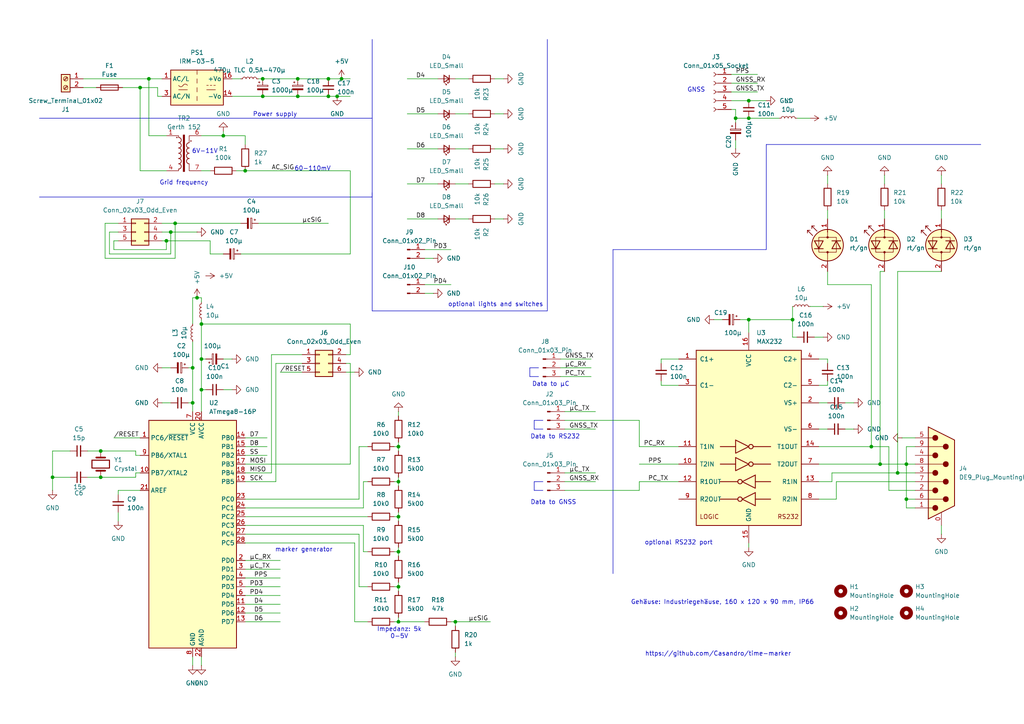
<source format=kicad_sch>
(kicad_sch (version 20231120) (generator "eeschema") (generator_version "8.0")
  (paper "A4")
  (junction (at 55.88 106.68))
  (junction (at 76.2 27.94))
  (junction (at 58.42 113.03))
  (junction (at 49.53 67.31))
  (junction (at 40.64 25.4))
  (junction (at 217.17 29.21))
  (junction (at 95.25 22.86))
  (junction (at 86.36 22.86))
  (junction (at 262.89 144.78))
  (junction (at 260.35 137.16))
  (junction (at 86.36 27.94))
  (junction (at 97.79 27.94))
  (junction (at 48.26 69.85))
  (junction (at 99.06 22.86))
  (junction (at 262.89 134.62))
  (junction (at 55.88 116.84))
  (junction (at 213.36 34.29))
  (junction (at 115.57 149.86))
  (junction (at 132.08 180.34))
  (junction (at 255.27 134.62))
  (junction (at 76.2 22.86))
  (junction (at 217.17 34.29))
  (junction (at 115.57 139.7))
  (junction (at 43.18 22.86))
  (junction (at 64.77 39.37))
  (junction (at 115.57 160.02))
  (junction (at 71.12 49.53))
  (junction (at 115.57 180.34))
  (junction (at 29.21 138.43))
  (junction (at 252.73 129.54))
  (junction (at 15.24 138.43))
  (junction (at 29.21 130.81))
  (junction (at 50.8 64.77))
  (junction (at 57.15 86.36))
  (junction (at 115.57 170.18))
  (junction (at 229.87 92.71))
  (junction (at 58.42 93.98))
  (junction (at 217.17 92.71))
  (junction (at 95.25 27.94))
  (junction (at 115.57 129.54))
  (junction (at 58.42 104.14))
  (polyline (pts (xy 157.48 139.7) (xy 154.94 139.7)))
  (wire (pts (xy 55.88 116.84) (xy 55.88 119.38)))
  (wire (pts (xy 252.73 129.54) (xy 252.73 82.55)))
  (wire (pts (xy 115.57 148.59) (xy 115.57 149.86)))
  (wire (pts (xy 257.81 129.54) (xy 257.81 142.24)))
  (wire (pts (xy 241.3 137.16) (xy 241.3 139.7)))
  (wire (pts (xy 217.17 92.71) (xy 229.87 92.71)))
  (wire (pts (xy 115.57 158.75) (xy 115.57 160.02)))
  (wire (pts (xy 95.25 22.86) (xy 99.06 22.86)))
  (wire (pts (xy 237.49 104.14) (xy 240.03 104.14)))
  (polyline (pts (xy 107.95 55.88) (xy 107.95 90.17)))
  (wire (pts (xy 74.93 22.86) (xy 76.2 22.86)))
  (wire (pts (xy 49.53 67.31) (xy 57.15 67.31)))
  (wire (pts (xy 104.14 129.54) (xy 106.68 129.54)))
  (wire (pts (xy 217.17 34.29) (xy 213.36 34.29)))
  (wire (pts (xy 58.42 87.63) (xy 58.42 86.36)))
  (wire (pts (xy 71.12 175.26) (xy 81.28 175.26)))
  (wire (pts (xy 29.21 130.81) (xy 39.37 130.81)))
  (wire (pts (xy 185.42 134.62) (xy 196.85 134.62)))
  (wire (pts (xy 114.3 129.54) (xy 115.57 129.54)))
  (wire (pts (xy 163.83 121.92) (xy 185.42 121.92)))
  (wire (pts (xy 71.12 177.8) (xy 81.28 177.8)))
  (wire (pts (xy 55.88 99.06) (xy 55.88 106.68)))
  (wire (pts (xy 101.6 105.41) (xy 101.6 134.62)))
  (wire (pts (xy 237.49 116.84) (xy 240.03 116.84)))
  (wire (pts (xy 76.2 22.86) (xy 86.36 22.86)))
  (wire (pts (xy 118.11 53.34) (xy 127 53.34)))
  (wire (pts (xy 118.11 43.18) (xy 127 43.18)))
  (wire (pts (xy 262.89 134.62) (xy 265.43 134.62)))
  (wire (pts (xy 35.56 25.4) (xy 40.64 25.4)))
  (wire (pts (xy 123.19 72.39) (xy 130.81 72.39)))
  (wire (pts (xy 132.08 22.86) (xy 135.89 22.86)))
  (polyline (pts (xy 158.75 11.43) (xy 158.75 90.17)))
  (wire (pts (xy 115.57 168.91) (xy 115.57 170.18)))
  (wire (pts (xy 118.11 33.02) (xy 127 33.02)))
  (wire (pts (xy 185.42 129.54) (xy 196.85 129.54)))
  (wire (pts (xy 34.29 148.59) (xy 34.29 151.13)))
  (wire (pts (xy 114.3 139.7) (xy 115.57 139.7)))
  (wire (pts (xy 34.29 67.31) (xy 31.75 67.31)))
  (polyline (pts (xy 11.43 34.29) (xy 107.95 34.29)))
  (wire (pts (xy 115.57 180.34) (xy 115.57 179.07)))
  (polyline (pts (xy 222.25 72.39) (xy 177.8 72.39)))
  (wire (pts (xy 252.73 82.55) (xy 240.03 82.55)))
  (wire (pts (xy 237.49 124.46) (xy 240.03 124.46)))
  (wire (pts (xy 146.05 53.34) (xy 143.51 53.34)))
  (wire (pts (xy 255.27 78.74) (xy 256.54 78.74)))
  (wire (pts (xy 217.17 29.21) (xy 222.25 29.21)))
  (wire (pts (xy 43.18 22.86) (xy 46.99 22.86)))
  (wire (pts (xy 132.08 180.34) (xy 142.24 180.34)))
  (wire (pts (xy 163.83 124.46) (xy 172.72 124.46)))
  (wire (pts (xy 100.33 105.41) (xy 101.6 105.41)))
  (wire (pts (xy 99.06 22.86) (xy 101.6 22.86)))
  (wire (pts (xy 71.12 49.53) (xy 101.6 49.53)))
  (wire (pts (xy 33.02 72.39) (xy 48.26 72.39)))
  (wire (pts (xy 39.37 137.16) (xy 40.64 137.16)))
  (wire (pts (xy 60.96 73.66) (xy 64.77 73.66)))
  (wire (pts (xy 115.57 149.86) (xy 115.57 151.13)))
  (wire (pts (xy 20.32 130.81) (xy 15.24 130.81)))
  (wire (pts (xy 101.6 102.87) (xy 101.6 93.98)))
  (wire (pts (xy 71.12 172.72) (xy 81.28 172.72)))
  (wire (pts (xy 236.22 97.79) (xy 238.76 97.79)))
  (polyline (pts (xy 153.67 106.68) (xy 153.67 109.22)))
  (wire (pts (xy 265.43 147.32) (xy 262.89 147.32)))
  (wire (pts (xy 54.61 106.68) (xy 55.88 106.68)))
  (wire (pts (xy 67.31 22.86) (xy 69.85 22.86)))
  (wire (pts (xy 209.55 92.71) (xy 207.01 92.71)))
  (wire (pts (xy 48.26 49.53) (xy 40.64 49.53)))
  (wire (pts (xy 231.14 34.29) (xy 234.95 34.29)))
  (wire (pts (xy 40.64 25.4) (xy 45.72 25.4)))
  (wire (pts (xy 260.35 78.74) (xy 273.05 78.74)))
  (wire (pts (xy 81.28 107.95) (xy 87.63 107.95)))
  (polyline (pts (xy 177.8 72.39) (xy 177.8 166.37)))
  (wire (pts (xy 59.69 113.03) (xy 58.42 113.03)))
  (wire (pts (xy 255.27 134.62) (xy 255.27 78.74)))
  (wire (pts (xy 273.05 50.8) (xy 273.05 53.34)))
  (wire (pts (xy 115.57 160.02) (xy 115.57 161.29)))
  (wire (pts (xy 245.11 116.84) (xy 247.65 116.84)))
  (wire (pts (xy 86.36 27.94) (xy 95.25 27.94)))
  (wire (pts (xy 105.41 147.32) (xy 105.41 139.7)))
  (wire (pts (xy 256.54 60.96) (xy 256.54 63.5)))
  (wire (pts (xy 15.24 138.43) (xy 20.32 138.43)))
  (wire (pts (xy 262.89 147.32) (xy 262.89 144.78)))
  (wire (pts (xy 273.05 60.96) (xy 273.05 63.5)))
  (wire (pts (xy 30.48 64.77) (xy 30.48 74.93)))
  (wire (pts (xy 74.93 64.77) (xy 95.25 64.77)))
  (wire (pts (xy 212.09 21.59) (xy 219.71 21.59)))
  (wire (pts (xy 146.05 63.5) (xy 143.51 63.5)))
  (wire (pts (xy 34.29 142.24) (xy 34.29 143.51)))
  (wire (pts (xy 64.77 113.03) (xy 67.31 113.03)))
  (wire (pts (xy 71.12 149.86) (xy 106.68 149.86)))
  (wire (pts (xy 49.53 67.31) (xy 49.53 73.66)))
  (wire (pts (xy 185.42 121.92) (xy 185.42 129.54)))
  (wire (pts (xy 132.08 43.18) (xy 135.89 43.18)))
  (wire (pts (xy 97.79 27.94) (xy 101.6 27.94)))
  (wire (pts (xy 213.36 40.64) (xy 213.36 43.18)))
  (wire (pts (xy 262.89 129.54) (xy 265.43 129.54)))
  (wire (pts (xy 71.12 154.94) (xy 104.14 154.94)))
  (wire (pts (xy 262.89 134.62) (xy 262.89 129.54)))
  (wire (pts (xy 132.08 180.34) (xy 132.08 181.61)))
  (wire (pts (xy 185.42 142.24) (xy 163.83 142.24)))
  (wire (pts (xy 196.85 111.76) (xy 191.77 111.76)))
  (wire (pts (xy 118.11 63.5) (xy 127 63.5)))
  (wire (pts (xy 217.17 96.52) (xy 217.17 92.71)))
  (wire (pts (xy 114.3 180.34) (xy 115.57 180.34)))
  (wire (pts (xy 213.36 34.29) (xy 213.36 35.56)))
  (wire (pts (xy 46.99 69.85) (xy 48.26 69.85)))
  (wire (pts (xy 25.4 138.43) (xy 29.21 138.43)))
  (polyline (pts (xy 153.67 109.22) (xy 156.21 109.22)))
  (wire (pts (xy 115.57 129.54) (xy 115.57 130.81)))
  (wire (pts (xy 58.42 92.71) (xy 58.42 93.98)))
  (wire (pts (xy 48.26 39.37) (xy 43.18 39.37)))
  (wire (pts (xy 196.85 139.7) (xy 185.42 139.7)))
  (wire (pts (xy 100.33 107.95) (xy 102.87 107.95)))
  (wire (pts (xy 46.99 116.84) (xy 49.53 116.84)))
  (wire (pts (xy 71.12 127) (xy 77.47 127)))
  (wire (pts (xy 115.57 180.34) (xy 123.19 180.34)))
  (wire (pts (xy 146.05 22.86) (xy 143.51 22.86)))
  (wire (pts (xy 191.77 104.14) (xy 196.85 104.14)))
  (wire (pts (xy 162.56 104.14) (xy 171.45 104.14)))
  (wire (pts (xy 34.29 64.77) (xy 30.48 64.77)))
  (wire (pts (xy 213.36 31.75) (xy 212.09 31.75)))
  (wire (pts (xy 50.8 64.77) (xy 69.85 64.77)))
  (wire (pts (xy 64.77 39.37) (xy 71.12 39.37)))
  (wire (pts (xy 64.77 104.14) (xy 67.31 104.14)))
  (wire (pts (xy 55.88 106.68) (xy 55.88 116.84)))
  (wire (pts (xy 58.42 104.14) (xy 59.69 104.14)))
  (wire (pts (xy 104.14 170.18) (xy 106.68 170.18)))
  (wire (pts (xy 102.87 180.34) (xy 106.68 180.34)))
  (wire (pts (xy 78.74 102.87) (xy 78.74 137.16)))
  (polyline (pts (xy 154.94 121.92) (xy 154.94 124.46)))
  (wire (pts (xy 132.08 33.02) (xy 135.89 33.02)))
  (wire (pts (xy 25.4 130.81) (xy 29.21 130.81)))
  (wire (pts (xy 105.41 152.4) (xy 105.41 160.02)))
  (wire (pts (xy 212.09 26.67) (xy 219.71 26.67)))
  (wire (pts (xy 123.19 85.09) (xy 125.73 85.09)))
  (wire (pts (xy 114.3 160.02) (xy 115.57 160.02)))
  (wire (pts (xy 40.64 142.24) (xy 34.29 142.24)))
  (wire (pts (xy 31.75 73.66) (xy 49.53 73.66)))
  (wire (pts (xy 80.01 139.7) (xy 80.01 105.41)))
  (wire (pts (xy 132.08 63.5) (xy 135.89 63.5)))
  (wire (pts (xy 191.77 111.76) (xy 191.77 110.49)))
  (wire (pts (xy 71.12 170.18) (xy 81.28 170.18)))
  (polyline (pts (xy 222.25 41.91) (xy 222.25 72.39)))
  (polyline (pts (xy 154.94 142.24) (xy 157.48 142.24)))
  (wire (pts (xy 71.12 39.37) (xy 71.12 41.91)))
  (wire (pts (xy 265.43 137.16) (xy 260.35 137.16)))
  (wire (pts (xy 46.99 67.31) (xy 49.53 67.31)))
  (wire (pts (xy 105.41 160.02) (xy 106.68 160.02)))
  (wire (pts (xy 31.75 67.31) (xy 31.75 73.66)))
  (wire (pts (xy 185.42 139.7) (xy 185.42 142.24)))
  (wire (pts (xy 71.12 162.56) (xy 81.28 162.56)))
  (wire (pts (xy 237.49 111.76) (xy 240.03 111.76)))
  (wire (pts (xy 69.85 73.66) (xy 101.6 73.66)))
  (wire (pts (xy 262.89 144.78) (xy 262.89 134.62)))
  (polyline (pts (xy 157.48 121.92) (xy 154.94 121.92)))
  (wire (pts (xy 46.99 64.77) (xy 50.8 64.77)))
  (wire (pts (xy 245.11 124.46) (xy 247.65 124.46)))
  (wire (pts (xy 242.57 139.7) (xy 242.57 144.78)))
  (wire (pts (xy 80.01 105.41) (xy 87.63 105.41)))
  (wire (pts (xy 102.87 157.48) (xy 102.87 180.34)))
  (wire (pts (xy 130.81 180.34) (xy 132.08 180.34)))
  (wire (pts (xy 162.56 106.68) (xy 171.45 106.68)))
  (wire (pts (xy 240.03 50.8) (xy 240.03 53.34)))
  (wire (pts (xy 234.95 88.9) (xy 238.76 88.9)))
  (wire (pts (xy 240.03 60.96) (xy 240.03 63.5)))
  (wire (pts (xy 87.63 102.87) (xy 78.74 102.87)))
  (wire (pts (xy 260.35 137.16) (xy 241.3 137.16)))
  (wire (pts (xy 260.35 137.16) (xy 260.35 78.74)))
  (wire (pts (xy 34.29 69.85) (xy 33.02 69.85)))
  (wire (pts (xy 71.12 152.4) (xy 105.41 152.4)))
  (wire (pts (xy 101.6 93.98) (xy 58.42 93.98)))
  (wire (pts (xy 46.99 106.68) (xy 49.53 106.68)))
  (polyline (pts (xy 284.48 41.91) (xy 222.25 41.91)))
  (wire (pts (xy 39.37 132.08) (xy 40.64 132.08)))
  (wire (pts (xy 60.96 69.85) (xy 60.96 73.66)))
  (polyline (pts (xy 107.95 90.17) (xy 158.75 90.17)))
  (wire (pts (xy 55.88 190.5) (xy 55.88 193.04)))
  (wire (pts (xy 214.63 92.71) (xy 217.17 92.71)))
  (wire (pts (xy 54.61 116.84) (xy 55.88 116.84)))
  (polyline (pts (xy 154.94 124.46) (xy 157.48 124.46)))
  (wire (pts (xy 71.12 147.32) (xy 105.41 147.32)))
  (wire (pts (xy 123.19 82.55) (xy 130.81 82.55)))
  (wire (pts (xy 39.37 130.81) (xy 39.37 132.08)))
  (wire (pts (xy 118.11 22.86) (xy 127 22.86)))
  (wire (pts (xy 262.89 144.78) (xy 265.43 144.78)))
  (wire (pts (xy 71.12 129.54) (xy 77.47 129.54)))
  (wire (pts (xy 39.37 138.43) (xy 39.37 137.16)))
  (polyline (pts (xy 107.95 57.15) (xy 107.95 34.29)))
  (wire (pts (xy 146.05 33.02) (xy 143.51 33.02)))
  (wire (pts (xy 237.49 129.54) (xy 252.73 129.54)))
  (wire (pts (xy 15.24 130.81) (xy 15.24 138.43)))
  (wire (pts (xy 71.12 144.78) (xy 104.14 144.78)))
  (wire (pts (xy 33.02 127) (xy 40.64 127)))
  (wire (pts (xy 101.6 49.53) (xy 101.6 73.66)))
  (wire (pts (xy 43.18 39.37) (xy 43.18 22.86)))
  (wire (pts (xy 30.48 74.93) (xy 50.8 74.93)))
  (wire (pts (xy 242.57 144.78) (xy 237.49 144.78)))
  (wire (pts (xy 55.88 86.36) (xy 57.15 86.36)))
  (wire (pts (xy 252.73 129.54) (xy 257.81 129.54)))
  (wire (pts (xy 229.87 92.71) (xy 229.87 97.79)))
  (wire (pts (xy 58.42 190.5) (xy 58.42 193.04)))
  (wire (pts (xy 273.05 152.4) (xy 273.05 154.94)))
  (wire (pts (xy 95.25 27.94) (xy 97.79 27.94)))
  (wire (pts (xy 217.17 157.48) (xy 217.17 158.75)))
  (wire (pts (xy 64.77 38.1) (xy 64.77 39.37)))
  (wire (pts (xy 67.31 27.94) (xy 76.2 27.94)))
  (wire (pts (xy 162.56 109.22) (xy 171.45 109.22)))
  (wire (pts (xy 33.02 69.85) (xy 33.02 72.39)))
  (wire (pts (xy 240.03 82.55) (xy 240.03 78.74)))
  (wire (pts (xy 115.57 128.27) (xy 115.57 129.54)))
  (wire (pts (xy 146.05 43.18) (xy 143.51 43.18)))
  (wire (pts (xy 48.26 69.85) (xy 60.96 69.85)))
  (wire (pts (xy 100.33 102.87) (xy 101.6 102.87)))
  (wire (pts (xy 104.14 144.78) (xy 104.14 129.54)))
  (wire (pts (xy 71.12 134.62) (xy 101.6 134.62)))
  (wire (pts (xy 212.09 29.21) (xy 217.17 29.21)))
  (wire (pts (xy 86.36 22.86) (xy 95.25 22.86)))
  (wire (pts (xy 45.72 27.94) (xy 46.99 27.94)))
  (wire (pts (xy 15.24 138.43) (xy 15.24 142.24)))
  (wire (pts (xy 71.12 137.16) (xy 78.74 137.16)))
  (wire (pts (xy 256.54 50.8) (xy 256.54 53.34)))
  (wire (pts (xy 114.3 170.18) (xy 115.57 170.18)))
  (wire (pts (xy 29.21 138.43) (xy 39.37 138.43)))
  (wire (pts (xy 71.12 132.08) (xy 77.47 132.08)))
  (polyline (pts (xy 154.94 139.7) (xy 154.94 142.24)))
  (wire (pts (xy 240.03 111.76) (xy 240.03 110.49)))
  (wire (pts (xy 71.12 157.48) (xy 102.87 157.48)))
  (wire (pts (xy 217.17 34.29) (xy 226.06 34.29)))
  (wire (pts (xy 163.83 137.16) (xy 172.72 137.16)))
  (wire (pts (xy 115.57 139.7) (xy 115.57 140.97)))
  (wire (pts (xy 58.42 39.37) (xy 64.77 39.37)))
  (wire (pts (xy 71.12 180.34) (xy 81.28 180.34)))
  (wire (pts (xy 58.42 49.53) (xy 60.96 49.53)))
  (wire (pts (xy 40.64 49.53) (xy 40.64 25.4)))
  (wire (pts (xy 55.88 93.98) (xy 55.88 86.36)))
  (wire (pts (xy 71.12 165.1) (xy 81.28 165.1)))
  (wire (pts (xy 123.19 74.93) (xy 125.73 74.93)))
  (wire (pts (xy 104.14 154.94) (xy 104.14 170.18)))
  (wire (pts (xy 163.83 139.7) (xy 172.72 139.7)))
  (wire (pts (xy 24.13 22.86) (xy 43.18 22.86)))
  (wire (pts (xy 213.36 34.29) (xy 213.36 31.75)))
  (wire (pts (xy 115.57 138.43) (xy 115.57 139.7)))
  (wire (pts (xy 163.83 119.38) (xy 172.72 119.38)))
  (wire (pts (xy 212.09 24.13) (xy 219.71 24.13)))
  (wire (pts (xy 58.42 113.03) (xy 58.42 119.38)))
  (wire (pts (xy 58.42 104.14) (xy 58.42 113.03)))
  (wire (pts (xy 237.49 134.62) (xy 255.27 134.62)))
  (wire (pts (xy 105.41 139.7) (xy 106.68 139.7)))
  (wire (pts (xy 240.03 104.14) (xy 240.03 105.41)))
  (wire (pts (xy 261.62 127) (xy 265.43 127)))
  (wire (pts (xy 132.08 189.23) (xy 132.08 190.5)))
  (wire (pts (xy 255.27 134.62) (xy 262.89 134.62)))
  (wire (pts (xy 71.12 167.64) (xy 81.28 167.64)))
  (polyline (pts (xy 156.21 106.68) (xy 153.67 106.68)))
  (wire (pts (xy 50.8 74.93) (xy 50.8 64.77)))
  (polyline (pts (xy 107.95 11.43) (xy 107.95 34.29)))
  (wire (pts (xy 265.43 139.7) (xy 242.57 139.7)))
  (wire (pts (xy 76.2 27.94) (xy 86.36 27.94)))
  (wire (pts (xy 48.26 72.39) (xy 48.26 69.85)))
  (wire (pts (xy 132.08 53.34) (xy 135.89 53.34)))
  (wire (pts (xy 229.87 88.9) (xy 229.87 92.71)))
  (wire (pts (xy 45.72 25.4) (xy 45.72 27.94)))
  (polyline (pts (xy 11.43 57.15) (xy 107.95 57.15)))
  (wire (pts (xy 58.42 86.36) (xy 57.15 86.36)))
  (wire (pts (xy 257.81 142.24) (xy 265.43 142.24)))
  (wire (pts (xy 115.57 170.18) (xy 115.57 171.45)))
  (wire (pts (xy 58.42 93.98) (xy 58.42 104.14)))
  (wire (pts (xy 114.3 149.86) (xy 115.57 149.86)))
  (wire (pts (xy 241.3 139.7) (xy 237.49 139.7)))
  (wire (pts (xy 68.58 49.53) (xy 71.12 49.53)))
  (wire (pts (xy 24.13 25.4) (xy 27.94 25.4)))
  (wire (pts (xy 191.77 105.41) (xy 191.77 104.14)))
  (wire (pts (xy 71.12 139.7) (xy 80.01 139.7)))
  (wire (pts (xy 231.14 97.79) (xy 229.87 97.79)))
  (wire (pts (xy 115.57 119.38) (xy 115.57 120.65)))
  (text "Impedanz: 5k\n0-5V" (at 115.824 183.642 0) (effects (font (size 1.27 1.27))))
  (text "Power supply" (at 79.756 33.274 0) (effects (font (size 1.27 1.27))))
  (text "https://github.com/Casandro/time-marker" (at 208.28 189.738 0) (effects (font (size 1.27 1.27))))
  (text "Grid frequency" (at 53.34 53.086 0) (effects (font (size 1.27 1.27))))
  (text "Gehäuse: Industriegehäuse, 160 x 120 x 90 mm, IP66" (at 209.55 174.752 0) (effects (font (size 1.27 1.27))))
  (text "Data to µC" (at 159.766 111.506 0) (effects (font (size 1.27 1.27))))
  (text "6V-11V" (at 59.436 43.942 0) (effects (font (size 1.27 1.27))))
  (text "marker generator" (at 88.138 159.512 0) (effects (font (size 1.27 1.27))))
  (text "optional lights and switches" (at 143.764 88.392 0) (effects (font (size 1.27 1.27))))
  (text "Data to GNSS" (at 160.528 145.796 0) (effects (font (size 1.27 1.27))))
  (text "optional RS232 port" (at 196.85 157.48 0) (effects (font (size 1.27 1.27))))
  (text "GNSS" (at 201.93 26.162 0) (effects (font (size 1.27 1.27))))
  (text "60-110mV" (at 90.678 49.022 0) (effects (font (size 1.27 1.27))))
  (text "Data to RS232" (at 161.036 126.746 0) (effects (font (size 1.27 1.27))))
  (label "µcSIG" (at 135.89 180.34 0))
  (label "PC_TX" (at 187.96 139.7 0))
  (label "µC_RX" (at 163.83 106.68 0))
  (label "µcSIG" (at 87.63 64.77 0))
  (label "D7" (at 72.39 127 0))
  (label "PD3" (at 72.39 170.18 0))
  (label "PD4" (at 72.39 172.72 0))
  (label "µC_TX" (at 165.1 119.38 0))
  (label "GNSS_RX" (at 165.1 139.7 0))
  (label "MOSI" (at 72.39 134.62 0))
  (label "SS" (at 72.39 132.08 0))
  (label "GNSS_TX" (at 213.36 26.67 0))
  (label "D8" (at 72.39 129.54 0))
  (label "PC_RX" (at 186.69 129.54 0))
  (label "GNSS_RX" (at 213.36 24.13 0))
  (label "D6" (at 73.66 180.34 0))
  (label "D4" (at 73.66 175.26 0))
  (label "PPS" (at 187.96 134.62 0))
  (label "µC_RX" (at 72.39 162.56 0))
  (label "GNSS_TX" (at 163.83 104.14 0))
  (label "D5" (at 73.66 177.8 0))
  (label "MISO" (at 72.39 137.16 0))
  (label "PPS" (at 73.66 167.64 0))
  (label "D8" (at 120.65 63.5 0))
  (label "{slash}RESET" (at 81.28 107.95 0))
  (label "PPS" (at 213.36 21.59 0))
  (label "SCK" (at 72.39 139.7 0))
  (label "µC_TX" (at 165.1 137.16 0))
  (label "D6" (at 120.65 43.18 0))
  (label "µC_TX" (at 72.39 165.1 0))
  (label "D4" (at 120.65 22.86 0))
  (label "D5" (at 120.65 33.02 0))
  (label "GNSS_TX" (at 165.1 124.46 0))
  (label "PD3" (at 125.73 72.39 0))
  (label "PD4" (at 125.73 82.55 0))
  (label "AC_SIG" (at 78.74 49.53 0))
  (label "PC_TX" (at 163.83 109.22 0))
  (label "{slash}RESET" (at 33.02 127 0))
  (label "D7" (at 120.65 53.34 0))
  (symbol (lib_id "power:GND") (at 102.87 107.95 90) (unit 1)
    (property "Reference" "#PWR026" (effects (hide yes)))
    (property "Value" "GND" (at 106.68 107.9499 90) (effects (justify right)))
    (property "Description" "Power symbol creates a global label with name \"GND\" , ground" (effects (hide yes)))
  )
  (symbol (lib_id "power:GND") (at 146.05 43.18 90) (unit 1)
    (property "Reference" "#PWR032" (effects (hide yes)))
    (property "Value" "GND" (at 151.13 43.18 0))
    (property "Description" "Power symbol creates a global label with name \"GND\" , ground" (effects (hide yes)))
  )
  (symbol (lib_id "Device:L_Small") (at 72.39 22.86 90) (unit 1)
    (property "Reference" "L2" (at 72.39 17.78 90))
    (property "Value" "470µ TLC 0,5A-470µ" (at 72.39 20.32 90))
    (property "Footprint" "Inductor_THT:L_Toroid_Vertical_L16.3mm_W7.1mm_P7.11mm_Pulse_H" (effects (hide yes)))
    (property "Description" "Inductor, small symbol" (effects (hide yes)))
  )
  (symbol (lib_id "power:GND") (at 146.05 33.02 90) (unit 1)
    (property "Reference" "#PWR031" (effects (hide yes)))
    (property "Value" "GND" (at 151.13 33.02 0))
    (property "Description" "Power symbol creates a global label with name \"GND\" , ground" (effects (hide yes)))
  )
  (symbol (lib_id "power:GND") (at 46.99 116.84 270) (unit 1)
    (property "Reference" "#PWR013" (effects (hide yes)))
    (property "Value" "GND" (at 43.18 116.8399 90) (effects (justify right)))
    (property "Description" "Power symbol creates a global label with name \"GND\" , ground" (effects (hide yes)))
  )
  (symbol (lib_id "Connector:Conn_01x05_Socket") (at 207.01 26.67 0) (mirror y) (unit 1)
    (property "Reference" "J3" (at 207.645 16.51 0))
    (property "Value" "Conn_01x05_Socket" (at 207.645 19.05 0))
    (property "Footprint" "Connector_PinSocket_2.00mm:PinSocket_1x05_P2.00mm_Horizontal" (effects (hide yes)))
    (property "Description" "Generic connector, single row, 01x05, script generated" (effects (hide yes)))
  )
  (symbol (lib_id "Device:C_Small") (at 22.86 130.81 90) (unit 1)
    (property "Reference" "C5" (at 22.8663 124.46 90))
    (property "Value" "15p" (at 22.8663 127 90))
    (property "Footprint" "Capacitor_THT:C_Disc_D3.0mm_W2.0mm_P2.50mm" (effects (hide yes)))
    (property "Description" "Unpolarized capacitor, small symbol" (effects (hide yes)))
  )
  (symbol (lib_id "Device:R") (at 110.49 129.54 90) (unit 1)
    (property "Reference" "R6" (at 110.49 123.19 90))
    (property "Value" "10k0" (at 110.49 125.73 90))
    (property "Footprint" "Resistor_THT:R_Axial_DIN0204_L3.6mm_D1.6mm_P2.54mm_Vertical" (effects (hide yes)))
    (property "Description" "Resistor" (effects (hide yes)))
  )
  (symbol (lib_id "power:GND") (at 217.17 158.75 0) (unit 1)
    (property "Reference" "#PWR021" (effects (hide yes)))
    (property "Value" "GND" (at 217.17 163.83 0))
    (property "Description" "Power symbol creates a global label with name \"GND\" , ground" (effects (hide yes)))
  )
  (symbol (lib_id "power:GND") (at 67.31 104.14 90) (unit 1)
    (property "Reference" "#PWR08" (effects (hide yes)))
    (property "Value" "GND" (at 71.12 104.1399 90) (effects (justify right)))
    (property "Description" "Power symbol creates a global label with name \"GND\" , ground" (effects (hide yes)))
  )
  (symbol (lib_id "Device:R") (at 110.49 149.86 90) (unit 1)
    (property "Reference" "R8" (at 110.49 143.51 90))
    (property "Value" "10k0" (at 110.49 146.05 90))
    (property "Footprint" "Resistor_THT:R_Axial_DIN0204_L3.6mm_D1.6mm_P2.54mm_Vertical" (effects (hide yes)))
    (property "Description" "Resistor" (effects (hide yes)))
  )
  (symbol (lib_id "Device:C_Polarized_Small") (at 86.36 25.4 0) (unit 1)
    (property "Reference" "C18" (at 88.9 23.5838 0) (effects (justify left)))
    (property "Value" "100µ" (at 88.9 26.1238 0) (effects (justify left)))
    (property "Footprint" "Capacitor_THT:CP_Radial_D5.0mm_P2.50mm" (effects (hide yes)))
    (property "Description" "Polarized capacitor, small symbol" (effects (hide yes)))
  )
  (symbol (lib_id "Device:LED_Small") (at 129.54 22.86 180) (unit 1)
    (property "Reference" "D4" (at 129.4765 16.51 0))
    (property "Value" "LED_Small" (at 129.4765 19.05 0))
    (property "Footprint" "LED_THT:LED_D3.0mm_Clear" (effects (hide yes)))
    (property "Description" "Light emitting diode, small symbol" (effects (hide yes)))
  )
  (symbol (lib_id "Device:R") (at 139.7 53.34 90) (unit 1)
    (property "Reference" "R26" (at 140.9701 55.88 0) (effects (justify right)))
    (property "Value" "10k" (at 138.4301 55.88 0) (effects (justify right)))
    (property "Footprint" "Resistor_THT:R_Axial_DIN0204_L3.6mm_D1.6mm_P2.54mm_Vertical" (effects (hide yes)))
    (property "Description" "Resistor" (effects (hide yes)))
  )
  (symbol (lib_id "Device:L_Small") (at 228.6 34.29 90) (unit 1)
    (property "Reference" "L1" (at 228.6 29.21 90))
    (property "Value" "10µ" (at 228.6 31.75 90))
    (property "Footprint" "Inductor_THT:L_Axial_L5.3mm_D2.2mm_P7.62mm_Horizontal_Vishay_IM-1" (effects (hide yes)))
    (property "Description" "Inductor, small symbol" (effects (hide yes)))
  )
  (symbol (lib_id "Device:C_Polarized_Small") (at 213.36 38.1 0) (unit 1)
    (property "Reference" "C20" (at 211.328 41.148 90))
    (property "Value" "100µ" (at 217.17 37.5539 90))
    (property "Footprint" "Capacitor_THT:CP_Radial_D5.0mm_P2.50mm" (effects (hide yes)))
    (property "Description" "Polarized capacitor, small symbol" (effects (hide yes)))
  )
  (symbol (lib_id "power:GND") (at 146.05 63.5 90) (unit 1)
    (property "Reference" "#PWR036" (effects (hide yes)))
    (property "Value" "GND" (at 151.13 63.5 0))
    (property "Description" "Power symbol creates a global label with name \"GND\" , ground" (effects (hide yes)))
  )
  (symbol (lib_id "Device:C_Small") (at 95.25 25.4 180) (unit 1)
    (property "Reference" "C17" (at 97.79 24.1235 0) (effects (justify right)))
    (property "Value" "100n" (at 97.79 26.6635 0) (effects (justify right)))
    (property "Footprint" "Capacitor_THT:C_Disc_D3.0mm_W2.0mm_P2.50mm" (effects (hide yes)))
    (property "Description" "Unpolarized capacitor, small symbol" (effects (hide yes)))
  )
  (symbol (lib_id "Device:C_Polarized_Small") (at 62.23 104.14 90) (unit 1)
    (property "Reference" "C1" (at 65.278 106.172 90))
    (property "Value" "100µ" (at 61.6839 100.33 90))
    (property "Footprint" "Capacitor_THT:CP_Radial_D5.0mm_P2.50mm" (effects (hide yes)))
    (property "Description" "Polarized capacitor, small symbol" (effects (hide yes)))
  )
  (symbol (lib_id "power:GND") (at 238.76 97.79 90) (unit 1)
    (property "Reference" "#PWR023" (effects (hide yes)))
    (property "Value" "GND" (at 242.57 97.7899 90) (effects (justify right)))
    (property "Description" "Power symbol creates a global label with name \"GND\" , ground" (effects (hide yes)))
  )
  (symbol (lib_id "power:GND") (at 273.05 154.94 0) (unit 1)
    (property "Reference" "#PWR025" (effects (hide yes)))
    (property "Value" "GND" (at 273.05 160.02 0))
    (property "Description" "Power symbol creates a global label with name \"GND\" , ground" (effects (hide yes)))
  )
  (symbol (lib_id "Device:C_Small") (at 233.68 97.79 90) (unit 1)
    (property "Reference" "C16" (at 233.6863 91.44 90))
    (property "Value" "100n" (at 233.6863 93.98 90))
    (property "Footprint" "Capacitor_THT:C_Disc_D3.0mm_W2.0mm_P2.50mm" (effects (hide yes)))
    (property "Description" "Unpolarized capacitor, small symbol" (effects (hide yes)))
  )
  (symbol (lib_id "Device:C_Polarized_Small") (at 212.09 92.71 270) (unit 1)
    (property "Reference" "C19" (at 209.042 90.678 90))
    (property "Value" "100µ" (at 212.6361 96.52 90))
    (property "Footprint" "Capacitor_THT:CP_Radial_D5.0mm_P2.50mm" (effects (hide yes)))
    (property "Description" "Polarized capacitor, small symbol" (effects (hide yes)))
  )
  (symbol (lib_id "Connector:DE9_Plug_MountingHoles") (at 273.05 137.16 0) (unit 1)
    (property "Reference" "J4" (at 278.13 135.8899 0) (effects (justify left)))
    (property "Value" "DE9_Plug_MountingHoles" (at 278.13 138.4299 0) (effects (justify left)))
    (property "Footprint" "Connector_Dsub:DSUB-9_Female_Horizontal_P2.77x2.84mm_EdgePinOffset4.94mm_Housed_MountingHolesOffset4.94mm" (effects (hide yes)))
    (property "Description" "9-pin male plug pin D-SUB connector, Mounting Hole" (effects (hide yes)))
  )
  (symbol (lib_id "power:+5V") (at 57.15 86.36 0) (unit 1)
    (property "Reference" "#PWR017" (effects (hide yes)))
    (property "Value" "+5V" (at 57.1499 82.55 90) (effects (justify left)))
    (property "Description" "Power symbol creates a global label with name \"+5V\"" (effects (hide yes)))
  )
  (symbol (lib_id "Device:L_Small") (at 58.42 90.17 180) (unit 1)
    (property "Reference" "L4" (at 59.69 88.8999 0) (effects (justify right)))
    (property "Value" "10µ" (at 59.69 91.4399 0) (effects (justify right)))
    (property "Footprint" "Inductor_THT:L_Axial_L5.3mm_D2.2mm_P7.62mm_Horizontal_Vishay_IM-1" (effects (hide yes)))
    (property "Description" "Inductor, small symbol" (effects (hide yes)))
  )
  (symbol (lib_id "Mechanical:MountingHole") (at 243.84 177.8 0) (unit 1) (exclude_from_sim yes) (in_bom no)
    (property "Reference" "H2" (at 246.38 176.5299 0) (effects (justify left)))
    (property "Value" "MountingHole" (at 246.38 179.0699 0) (effects (justify left)))
    (property "Footprint" "MountingHole:MountingHole_4.3mm_M4" (effects (hide yes)))
    (property "Description" "Mounting Hole without connection" (effects (hide yes)))
  )
  (symbol (lib_id "Device:LED_Dual_Bidirectional") (at 256.54 71.12 90) (unit 1)
    (property "Reference" "D2" (at 262.89 69.3546 90) (effects (justify right)))
    (property "Value" "rt/gn" (at 262.89 71.8946 90) (effects (justify right)))
    (property "Footprint" "LED_THT:LED_D3.0mm" (effects (hide yes)))
    (property "Description" "Dual LED, bidirectional" (effects (hide yes)))
  )
  (symbol (lib_id "power:GND") (at 46.99 106.68 270) (unit 1)
    (property "Reference" "#PWR027" (effects (hide yes)))
    (property "Value" "GND" (at 43.18 106.6799 90) (effects (justify right)))
    (property "Description" "Power symbol creates a global label with name \"GND\" , ground" (effects (hide yes)))
  )
  (symbol (lib_id "Device:C_Small") (at 242.57 116.84 90) (unit 1)
    (property "Reference" "C14" (at 242.5763 110.49 90))
    (property "Value" "100n" (at 242.5763 113.03 90))
    (property "Footprint" "Capacitor_THT:C_Disc_D3.0mm_W2.0mm_P2.50mm" (effects (hide yes)))
    (property "Description" "Unpolarized capacitor, small symbol" (effects (hide yes)))
  )
  (symbol (lib_id "Connector:Conn_01x02_Pin") (at 118.11 82.55 0) (unit 1)
    (property "Reference" "J10" (at 118.745 77.47 0))
    (property "Value" "Conn_01x02_Pin" (at 118.745 80.01 0))
    (property "Footprint" "Connector_PinHeader_2.54mm:PinHeader_1x02_P2.54mm_Vertical" (effects (hide yes)))
    (property "Description" "Generic connector, single row, 01x02, script generated" (effects (hide yes)))
  )
  (symbol (lib_id "Device:C_Small") (at 62.23 113.03 90) (unit 1)
    (property "Reference" "C10" (at 62.2363 106.68 90))
    (property "Value" "100n" (at 62.2363 109.22 90))
    (property "Footprint" "Capacitor_THT:C_Disc_D3.0mm_W2.0mm_P2.50mm" (effects (hide yes)))
    (property "Description" "Unpolarized capacitor, small symbol" (effects (hide yes)))
  )
  (symbol (lib_id "power:+5V") (at 238.76 88.9 270) (unit 1)
    (property "Reference" "#PWR022" (effects (hide yes)))
    (property "Value" "+5V" (at 242.57 88.8999 90) (effects (justify left)))
    (property "Description" "Power symbol creates a global label with name \"+5V\"" (effects (hide yes)))
  )
  (symbol (lib_id "Device:LED_Dual_Bidirectional") (at 240.03 71.12 90) (unit 1)
    (property "Reference" "D1" (at 246.38 69.3546 90) (effects (justify right)))
    (property "Value" "rt/gn" (at 246.38 71.8946 90) (effects (justify right)))
    (property "Footprint" "LED_THT:LED_D3.0mm" (effects (hide yes)))
    (property "Description" "Dual LED, bidirectional" (effects (hide yes)))
  )
  (symbol (lib_id "Device:R") (at 64.77 49.53 90) (unit 1)
    (property "Reference" "R1" (at 64.77 43.18 90))
    (property "Value" "100k" (at 64.77 45.72 90))
    (property "Footprint" "Resistor_THT:R_Axial_DIN0204_L3.6mm_D1.6mm_P7.62mm_Horizontal" (effects (hide yes)))
    (property "Description" "Resistor" (effects (hide yes)))
  )
  (symbol (lib_id "Device:C_Small") (at 240.03 107.95 180) (unit 1)
    (property "Reference" "C13" (at 242.57 106.6735 0) (effects (justify right)))
    (property "Value" "100n" (at 242.57 109.2135 0) (effects (justify right)))
    (property "Footprint" "Capacitor_THT:C_Disc_D3.0mm_W2.0mm_P2.50mm" (effects (hide yes)))
    (property "Description" "Unpolarized capacitor, small symbol" (effects (hide yes)))
  )
  (symbol (lib_id "Connector:Screw_Terminal_01x02") (at 19.05 22.86 0) (mirror y) (unit 1)
    (property "Reference" "J1" (at 19.05 31.75 0))
    (property "Value" "Screw_Terminal_01x02" (at 19.05 29.21 0))
    (property "Footprint" "TerminalBlock_RND:TerminalBlock_RND_205-00001_1x02_P5.00mm_Horizontal" (effects (hide yes)))
    (property "Description" "Generic screw terminal, single row, 01x02, script generated (kicad-library-utils/schlib/autogen/connector/)" (effects (hide yes)))
  )
  (symbol (lib_id "Converter_ACDC:IRM-03-5") (at 57.15 25.4 0) (unit 1)
    (property "Reference" "PS1" (at 57.15 15.24 0))
    (property "Value" "IRM-03-5" (at 57.15 17.78 0))
    (property "Footprint" "Converter_ACDC:Converter_ACDC_MeanWell_IRM-03-xx_THT" (effects (hide yes)))
    (property "Datasheet" "https://www.meanwell.com/Upload/PDF/IRM-03/IRM-03-SPEC.PDF" (effects (hide yes)))
    (property "Description" "5V, 600mA, 3W, Isolated, AC-DC, IRM03" (effects (hide yes)))
  )
  (symbol (lib_id "Device:C_Small") (at 52.07 116.84 90) (unit 1)
    (property "Reference" "C8" (at 52.0763 110.49 90))
    (property "Value" "100n" (at 52.0763 113.03 90))
    (property "Footprint" "Capacitor_THT:C_Disc_D3.0mm_W2.0mm_P2.50mm" (effects (hide yes)))
    (property "Description" "Unpolarized capacitor, small symbol" (effects (hide yes)))
  )
  (symbol (lib_id "Device:C_Polarized_Small") (at 52.07 106.68 270) (unit 1)
    (property "Reference" "C2" (at 52.6161 100.33 90))
    (property "Value" "100µ" (at 52.6161 102.87 90))
    (property "Footprint" "Capacitor_THT:CP_Radial_D5.0mm_P2.50mm" (effects (hide yes)))
    (property "Description" "Polarized capacitor, small symbol" (effects (hide yes)))
  )
  (symbol (lib_id "Mechanical:MountingHole") (at 262.89 177.8 0) (unit 1) (exclude_from_sim yes) (in_bom no)
    (property "Reference" "H4" (at 265.43 176.5299 0) (effects (justify left)))
    (property "Value" "MountingHole" (at 265.43 179.0699 0) (effects (justify left)))
    (property "Footprint" "MountingHole:MountingHole_4.3mm_M4" (effects (hide yes)))
    (property "Description" "Mounting Hole without connection" (effects (hide yes)))
  )
  (symbol (lib_id "Device:R") (at 139.7 22.86 90) (unit 1)
    (property "Reference" "R23" (at 140.9701 25.4 0) (effects (justify right)))
    (property "Value" "10k" (at 138.4301 25.4 0) (effects (justify right)))
    (property "Footprint" "Resistor_THT:R_Axial_DIN0204_L3.6mm_D1.6mm_P2.54mm_Vertical" (effects (hide yes)))
    (property "Description" "Resistor" (effects (hide yes)))
  )
  (symbol (lib_id "power:GND") (at 57.15 67.31 90) (unit 1)
    (property "Reference" "#PWR06" (effects (hide yes)))
    (property "Value" "GND" (at 60.96 67.3099 90) (effects (justify right)))
    (property "Description" "Power symbol creates a global label with name \"GND\" , ground" (effects (hide yes)))
  )
  (symbol (lib_id "Connector:Conn_01x03_Pin") (at 158.75 139.7 0) (unit 1)
    (property "Reference" "J5" (at 159.385 132.08 0))
    (property "Value" "Conn_01x03_Pin" (at 159.385 134.62 0))
    (property "Footprint" "Connector_PinHeader_2.54mm:PinHeader_1x03_P2.54mm_Vertical" (effects (hide yes)))
    (property "Description" "Generic connector, single row, 01x03, script generated" (effects (hide yes)))
  )
  (symbol (lib_id "Device:R") (at 115.57 175.26 180) (unit 1)
    (property "Reference" "R17" (at 118.11 173.9899 0) (effects (justify right)))
    (property "Value" "5k00" (at 118.11 176.5299 0) (effects (justify right)))
    (property "Footprint" "Resistor_THT:R_Axial_DIN0204_L3.6mm_D1.6mm_P2.54mm_Vertical" (effects (hide yes)))
    (property "Description" "Resistor" (effects (hide yes)))
  )
  (symbol (lib_id "Mechanical:MountingHole") (at 262.89 171.45 0) (unit 1) (exclude_from_sim yes) (in_bom no)
    (property "Reference" "H3" (at 265.43 170.1799 0) (effects (justify left)))
    (property "Value" "MountingHole" (at 265.43 172.7199 0) (effects (justify left)))
    (property "Footprint" "MountingHole:MountingHole_4.3mm_M4" (effects (hide yes)))
    (property "Description" "Mounting Hole without connection" (effects (hide yes)))
  )
  (symbol (lib_id "Device:L_Small") (at 232.41 88.9 90) (unit 1)
    (property "Reference" "L6" (at 232.41 83.82 90))
    (property "Value" "10µ" (at 232.41 86.36 90))
    (property "Footprint" "Inductor_THT:L_Axial_L5.3mm_D2.2mm_P7.62mm_Horizontal_Vishay_IM-1" (effects (hide yes)))
    (property "Description" "Inductor, small symbol" (effects (hide yes)))
  )
  (symbol (lib_id "Device:R") (at 240.03 57.15 180) (unit 1)
    (property "Reference" "R19" (at 242.57 55.8799 0) (effects (justify right)))
    (property "Value" "10k" (at 242.57 58.4199 0) (effects (justify right)))
    (property "Footprint" "Resistor_THT:R_Axial_DIN0204_L3.6mm_D1.6mm_P2.54mm_Vertical" (effects (hide yes)))
    (property "Description" "Resistor" (effects (hide yes)))
  )
  (symbol (lib_id "Device:R") (at 127 180.34 90) (unit 1)
    (property "Reference" "R18" (at 127 173.99 90))
    (property "Value" "47k" (at 127 176.53 90))
    (property "Footprint" "Resistor_THT:R_Axial_DIN0204_L3.6mm_D1.6mm_P7.62mm_Horizontal" (effects (hide yes)))
    (property "Description" "Resistor" (effects (hide yes)))
  )
  (symbol (lib_id "Device:R") (at 256.54 57.15 180) (unit 1)
    (property "Reference" "R21" (at 259.08 55.8799 0) (effects (justify right)))
    (property "Value" "10k" (at 259.08 58.4199 0) (effects (justify right)))
    (property "Footprint" "Resistor_THT:R_Axial_DIN0204_L3.6mm_D1.6mm_P2.54mm_Vertical" (effects (hide yes)))
    (property "Description" "Resistor" (effects (hide yes)))
  )
  (symbol (lib_id "Device:R") (at 139.7 63.5 90) (unit 1)
    (property "Reference" "R2" (at 140.9701 66.04 0) (effects (justify right)))
    (property "Value" "10k" (at 138.4301 66.04 0) (effects (justify right)))
    (property "Footprint" "Resistor_THT:R_Axial_DIN0204_L3.6mm_D1.6mm_P2.54mm_Vertical" (effects (hide yes)))
    (property "Description" "Resistor" (effects (hide yes)))
  )
  (symbol (lib_id "power:GND") (at 125.73 85.09 90) (unit 1)
    (property "Reference" "#PWR038" (effects (hide yes)))
    (property "Value" "GND" (at 129.54 85.0899 90) (effects (justify right)))
    (property "Description" "Power symbol creates a global label with name \"GND\" , ground" (effects (hide yes)))
  )
  (symbol (lib_id "Device:R") (at 110.49 139.7 90) (unit 1)
    (property "Reference" "R7" (at 110.49 133.35 90))
    (property "Value" "10k0" (at 110.49 135.89 90))
    (property "Footprint" "Resistor_THT:R_Axial_DIN0204_L3.6mm_D1.6mm_P2.54mm_Vertical" (effects (hide yes)))
    (property "Description" "Resistor" (effects (hide yes)))
  )
  (symbol (lib_id "Connector:Conn_01x03_Pin") (at 157.48 106.68 0) (unit 1)
    (property "Reference" "J8" (at 158.115 99.06 0))
    (property "Value" "Conn_01x03_Pin" (at 158.115 101.6 0))
    (property "Footprint" "Connector_PinHeader_2.54mm:PinHeader_1x03_P2.54mm_Vertical" (effects (hide yes)))
    (property "Description" "Generic connector, single row, 01x03, script generated" (effects (hide yes)))
  )
  (symbol (lib_id "power:GND") (at 247.65 124.46 90) (unit 1)
    (property "Reference" "#PWR020" (effects (hide yes)))
    (property "Value" "GND" (at 251.46 124.4599 90) (effects (justify right)))
    (property "Description" "Power symbol creates a global label with name \"GND\" , ground" (effects (hide yes)))
  )
  (symbol (lib_id "power:GND") (at 261.62 127 270) (unit 1)
    (property "Reference" "#PWR024" (effects (hide yes)))
    (property "Value" "GND" (at 257.81 126.9999 90) (effects (justify right)))
    (property "Description" "Power symbol creates a global label with name \"GND\" , ground" (effects (hide yes)))
  )
  (symbol (lib_id "Device:Crystal") (at 29.21 134.62 90) (unit 1)
    (property "Reference" "Y1" (at 33.02 133.3499 90) (effects (justify right)))
    (property "Value" "Crystal" (at 33.02 135.8899 90) (effects (justify right)))
    (property "Footprint" "Crystal:Crystal_HC49-U_Vertical" (effects (hide yes)))
    (property "Description" "Two pin crystal" (effects (hide yes)))
  )
  (symbol (lib_id "power:GND") (at 67.31 113.03 90) (unit 1)
    (property "Reference" "#PWR014" (effects (hide yes)))
    (property "Value" "GND" (at 71.12 113.0299 90) (effects (justify right)))
    (property "Description" "Power symbol creates a global label with name \"GND\" , ground" (effects (hide yes)))
  )
  (symbol (lib_id "Device:LED_Small") (at 129.54 53.34 180) (unit 1)
    (property "Reference" "D7" (at 129.4765 46.99 0))
    (property "Value" "LED_Small" (at 129.4765 49.53 0))
    (property "Footprint" "LED_THT:LED_D3.0mm_Clear" (effects (hide yes)))
    (property "Description" "Light emitting diode, small symbol" (effects (hide yes)))
  )
  (symbol (lib_id "power:GND") (at 146.05 22.86 90) (unit 1)
    (property "Reference" "#PWR05" (effects (hide yes)))
    (property "Value" "GND" (at 151.13 22.86 0))
    (property "Description" "Power symbol creates a global label with name \"GND\" , ground" (effects (hide yes)))
  )
  (symbol (lib_id "Device:L_Small") (at 55.88 96.52 180) (unit 1)
    (property "Reference" "L3" (at 50.8 96.52 90))
    (property "Value" "10µ" (at 53.34 96.52 90))
    (property "Footprint" "Inductor_THT:L_Axial_L5.3mm_D2.2mm_P7.62mm_Horizontal_Vishay_IM-1" (effects (hide yes)))
    (property "Description" "Inductor, small symbol" (effects (hide yes)))
  )
  (symbol (lib_id "power:GND") (at 34.29 151.13 0) (unit 1)
    (property "Reference" "#PWR012" (effects (hide yes)))
    (property "Value" "GND" (at 34.29 156.21 0))
    (property "Description" "Power symbol creates a global label with name \"GND\" , ground" (effects (hide yes)))
  )
  (symbol (lib_id "Device:R") (at 110.49 180.34 90) (unit 1)
    (property "Reference" "R11" (at 110.49 173.99 90))
    (property "Value" "10k0" (at 110.49 176.53 90))
    (property "Footprint" "Resistor_THT:R_Axial_DIN0204_L3.6mm_D1.6mm_P2.54mm_Vertical" (effects (hide yes)))
    (property "Description" "Resistor" (effects (hide yes)))
  )
  (symbol (lib_id "power:+5V") (at 234.95 34.29 270) (unit 1)
    (property "Reference" "#PWR016" (effects (hide yes)))
    (property "Value" "+5V" (at 238.76 34.2899 90) (effects (justify left)))
    (property "Description" "Power symbol creates a global label with name \"+5V\"" (effects (hide yes)))
  )
  (symbol (lib_id "power:GND") (at 97.79 27.94 0) (unit 1)
    (property "Reference" "#PWR02" (effects (hide yes)))
    (property "Value" "GND" (at 97.79 33.02 0))
    (property "Description" "Power symbol creates a global label with name \"GND\" , ground" (effects (hide yes)))
  )
  (symbol (lib_id "Device:C_Small") (at 242.57 124.46 90) (unit 1)
    (property "Reference" "C15" (at 242.5763 118.11 90))
    (property "Value" "100n" (at 242.5763 120.65 90))
    (property "Footprint" "Capacitor_THT:C_Disc_D3.0mm_W2.0mm_P2.50mm" (effects (hide yes)))
    (property "Description" "Unpolarized capacitor, small symbol" (effects (hide yes)))
  )
  (symbol (lib_id "Device:R") (at 115.57 144.78 180) (unit 1)
    (property "Reference" "R14" (at 118.11 143.5099 0) (effects (justify right)))
    (property "Value" "5k00" (at 118.11 146.0499 0) (effects (justify right)))
    (property "Footprint" "Resistor_THT:R_Axial_DIN0204_L3.6mm_D1.6mm_P2.54mm_Vertical" (effects (hide yes)))
    (property "Description" "Resistor" (effects (hide yes)))
  )
  (symbol (lib_id "Device:R") (at 110.49 160.02 90) (unit 1)
    (property "Reference" "R9" (at 110.49 153.67 90))
    (property "Value" "10k0" (at 110.49 156.21 90))
    (property "Footprint" "Resistor_THT:R_Axial_DIN0204_L3.6mm_D1.6mm_P2.54mm_Vertical" (effects (hide yes)))
    (property "Description" "Resistor" (effects (hide yes)))
  )
  (symbol (lib_id "Device:C_Polarized_Small") (at 67.31 73.66 270) (unit 1)
    (property "Reference" "C7" (at 67.8561 67.31 90))
    (property "Value" "100µ" (at 67.8561 69.85 90))
    (property "Footprint" "Capacitor_THT:CP_Radial_D5.0mm_P2.50mm" (effects (hide yes)))
    (property "Description" "Polarized capacitor, small symbol" (effects (hide yes)))
  )
  (symbol (lib_id "Device:R") (at 115.57 134.62 180) (unit 1)
    (property "Reference" "R13" (at 118.11 133.3499 0) (effects (justify right)))
    (property "Value" "5k00" (at 118.11 135.8899 0) (effects (justify right)))
    (property "Footprint" "Resistor_THT:R_Axial_DIN0204_L3.6mm_D1.6mm_P2.54mm_Vertical" (effects (hide yes)))
    (property "Description" "Resistor" (effects (hide yes)))
  )
  (symbol (lib_id "Device:C_Small") (at 191.77 107.95 180) (unit 1)
    (property "Reference" "C12" (at 194.31 106.6735 0) (effects (justify right)))
    (property "Value" "100n" (at 194.31 109.2135 0) (effects (justify right)))
    (property "Footprint" "Capacitor_THT:C_Disc_D3.0mm_W2.0mm_P2.50mm" (effects (hide yes)))
    (property "Description" "Unpolarized capacitor, small symbol" (effects (hide yes)))
  )
  (symbol (lib_id "power:GND") (at 207.01 92.71 270) (unit 1)
    (property "Reference" "#PWR034" (effects (hide yes)))
    (property "Value" "GND" (at 203.2 92.7101 90) (effects (justify right)))
    (property "Description" "Power symbol creates a global label with name \"GND\" , ground" (effects (hide yes)))
  )
  (symbol (lib_id "power:GND") (at 146.05 53.34 90) (unit 1)
    (property "Reference" "#PWR033" (effects (hide yes)))
    (property "Value" "GND" (at 151.13 53.34 0))
    (property "Description" "Power symbol creates a global label with name \"GND\" , ground" (effects (hide yes)))
  )
  (symbol (lib_id "power:GND") (at 222.25 29.21 90) (unit 1)
    (property "Reference" "#PWR015" (effects (hide yes)))
    (property "Value" "GND" (at 226.06 29.2099 90) (effects (justify right)))
    (property "Description" "Power symbol creates a global label with name \"GND\" , ground" (effects (hide yes)))
  )
  (symbol (lib_id "power:GND") (at 15.24 142.24 0) (unit 1)
    (property "Reference" "#PWR09" (effects (hide yes)))
    (property "Value" "GND" (at 15.24 147.32 0))
    (property "Description" "Power symbol creates a global label with name \"GND\" , ground" (effects (hide yes)))
  )
  (symbol (lib_id "Device:C_Polarized_Small") (at 76.2 25.4 0) (unit 1)
    (property "Reference" "C3" (at 78.74 23.5838 0) (effects (justify left)))
    (property "Value" "1000µ" (at 78.74 26.1238 0) (effects (justify left)))
    (property "Footprint" "Capacitor_THT:CP_Radial_D10.0mm_P5.00mm" (effects (hide yes)))
    (property "Description" "Polarized capacitor, small symbol" (effects (hide yes)))
  )
  (symbol (lib_id "Device:LED_Small") (at 129.54 33.02 180) (unit 1)
    (property "Reference" "D5" (at 129.4765 26.67 0))
    (property "Value" "LED_Small" (at 129.4765 29.21 0))
    (property "Footprint" "LED_THT:LED_D3.0mm_Clear" (effects (hide yes)))
    (property "Description" "Light emitting diode, small symbol" (effects (hide yes)))
  )
  (symbol (lib_id "power:+5V") (at 59.69 80.01 270) (unit 1)
    (property "Reference" "#PWR018" (effects (hide yes)))
    (property "Value" "+5V" (at 63.5 80.0099 90) (effects (justify left)))
    (property "Description" "Power symbol creates a global label with name \"+5V\"" (effects (hide yes)))
  )
  (symbol (lib_id "Connector:Conn_01x02_Pin") (at 118.11 72.39 0) (unit 1)
    (property "Reference" "J9" (at 118.745 67.31 0))
    (property "Value" "Conn_01x02_Pin" (at 118.745 69.85 0))
    (property "Footprint" "Connector_PinHeader_2.54mm:PinHeader_1x02_P2.54mm_Vertical" (effects (hide yes)))
    (property "Description" "Generic connector, single row, 01x02, script generated" (effects (hide yes)))
  )
  (symbol (lib_id "power:GND") (at 58.42 193.04 0) (unit 1)
    (property "Reference" "#PWR011" (effects (hide yes)))
    (property "Value" "GND" (at 58.42 198.12 0))
    (property "Description" "Power symbol creates a global label with name \"GND\" , ground" (effects (hide yes)))
  )
  (symbol (lib_id "Device:LED_Small") (at 129.54 43.18 180) (unit 1)
    (property "Reference" "D6" (at 129.4765 36.83 0))
    (property "Value" "LED_Small" (at 129.4765 39.37 0))
    (property "Footprint" "LED_THT:LED_D3.0mm_Clear" (effects (hide yes)))
    (property "Description" "Light emitting diode, small symbol" (effects (hide yes)))
  )
  (symbol (lib_id "Device:LED_Small") (at 129.54 63.5 180) (unit 1)
    (property "Reference" "D8" (at 129.4765 57.15 0))
    (property "Value" "LED_Small" (at 129.4765 59.69 0))
    (property "Footprint" "LED_THT:LED_D3.0mm_Clear" (effects (hide yes)))
    (property "Description" "Light emitting diode, small symbol" (effects (hide yes)))
  )
  (symbol (lib_id "Connector_Generic:Conn_02x03_Odd_Even") (at 39.37 67.31 0) (unit 1)
    (property "Reference" "J7" (at 40.64 58.42 0))
    (property "Value" "Conn_02x03_Odd_Even" (at 40.64 60.96 0))
    (property "Footprint" "Connector_IDC:IDC-Header_2x03_P2.54mm_Vertical" (effects (hide yes)))
    (property "Description" "Generic connector, double row, 02x03, odd/even pin numbering scheme (row 1 odd numbers, row 2 even numbers), script generated (kicad-library-utils/schlib/autogen/connector/)" (effects (hide yes)))
  )
  (symbol (lib_id "Device:Fuse") (at 31.75 25.4 90) (unit 1)
    (property "Reference" "F1" (at 31.75 19.05 90))
    (property "Value" "Fuse" (at 31.75 21.59 90))
    (property "Footprint" "Fuse:Fuse_Littelfuse_372_D8.50mm" (effects (hide yes)))
    (property "Description" "Fuse" (effects (hide yes)))
  )
  (symbol (lib_id "Device:R") (at 273.05 57.15 180) (unit 1)
    (property "Reference" "R22" (at 275.59 55.8799 0) (effects (justify right)))
    (property "Value" "10k" (at 275.59 58.4199 0) (effects (justify right)))
    (property "Footprint" "Resistor_THT:R_Axial_DIN0204_L3.6mm_D1.6mm_P2.54mm_Vertical" (effects (hide yes)))
    (property "Description" "Resistor" (effects (hide yes)))
  )
  (symbol (lib_id "Device:C_Small") (at 217.17 31.75 180) (unit 1)
    (property "Reference" "C11" (at 219.71 30.4735 0) (effects (justify right)))
    (property "Value" "100n" (at 219.71 33.0135 0) (effects (justify right)))
    (property "Footprint" "Capacitor_THT:C_Disc_D3.0mm_W2.0mm_P2.50mm" (effects (hide yes)))
    (property "Description" "Unpolarized capacitor, small symbol" (effects (hide yes)))
  )
  (symbol (lib_id "Device:C_Polarized_Small") (at 72.39 64.77 270) (unit 1)
    (property "Reference" "C4" (at 72.9361 58.42 90))
    (property "Value" "100µ" (at 72.9361 60.96 90))
    (property "Footprint" "Capacitor_THT:CP_Radial_D5.0mm_P2.50mm" (effects (hide yes)))
    (property "Description" "Polarized capacitor, small symbol" (effects (hide yes)))
  )
  (symbol (lib_id "Mechanical:MountingHole") (at 243.84 171.45 0) (unit 1) (exclude_from_sim yes) (in_bom no)
    (property "Reference" "H1" (at 246.38 170.1799 0) (effects (justify left)))
    (property "Value" "MountingHole" (at 246.38 172.7199 0) (effects (justify left)))
    (property "Footprint" "MountingHole:MountingHole_4.3mm_M4" (effects (hide yes)))
    (property "Description" "Mounting Hole without connection" (effects (hide yes)))
  )
  (symbol (lib_id "Device:C_Small") (at 34.29 146.05 180) (unit 1)
    (property "Reference" "C9" (at 36.83 144.7735 0) (effects (justify right)))
    (property "Value" "100n" (at 36.83 147.3135 0) (effects (justify right)))
    (property "Footprint" "Capacitor_THT:C_Disc_D3.0mm_W2.0mm_P2.50mm" (effects (hide yes)))
    (property "Description" "Unpolarized capacitor, small symbol" (effects (hide yes)))
  )
  (symbol (lib_id "Device:R") (at 139.7 43.18 90) (unit 1)
    (property "Reference" "R25" (at 140.9701 45.72 0) (effects (justify right)))
    (property "Value" "10k" (at 138.4301 45.72 0) (effects (justify right)))
    (property "Footprint" "Resistor_THT:R_Axial_DIN0204_L3.6mm_D1.6mm_P2.54mm_Vertical" (effects (hide yes)))
    (property "Description" "Resistor" (effects (hide yes)))
  )
  (symbol (lib_id "power:GND") (at 213.36 43.18 0) (unit 1)
    (property "Reference" "#PWR035" (effects (hide yes)))
    (property "Value" "GND" (at 213.3601 46.99 90) (effects (justify right)))
    (property "Description" "Power symbol creates a global label with name \"GND\" , ground" (effects (hide yes)))
  )
  (symbol (lib_id "Transformer:TEZ0.5-D-1") (at 53.34 44.45 0) (unit 1)
    (property "Reference" "TR2" (at 53.3781 34.29 0))
    (property "Value" "Gerth 152" (at 53.3781 36.83 0))
    (property "Footprint" "Transformer_THT:Transformer_Breve_TEZ-22x24" (effects (hide yes)))
    (property "Datasheet" "http://www.breve.pl/pdf/ANG/TEZ_ang.pdf" (effects (hide yes)))
    (property "Description" "TEZ0.5/D/x, 0.5VA, Single Secondary, Cast Resin Transformer, PCB" (effects (hide yes)))
  )
  (symbol (lib_id "power:+5V") (at 99.06 22.86 0) (unit 1)
    (property "Reference" "#PWR03" (effects (hide yes)))
    (property "Value" "+5V" (at 99.06 17.78 0))
    (property "Description" "Power symbol creates a global label with name \"+5V\"" (effects (hide yes)))
  )
  (symbol (lib_id "power:GND") (at 115.57 119.38 180) (unit 1)
    (property "Reference" "#PWR07" (effects (hide yes)))
    (property "Value" "GND" (at 115.57 114.3 0))
    (property "Description" "Power symbol creates a global label with name \"GND\" , ground" (effects (hide yes)))
  )
  (symbol (lib_id "Device:C_Small") (at 22.86 138.43 90) (unit 1)
    (property "Reference" "C6" (at 22.86 143.002 90))
    (property "Value" "15p" (at 23.114 141.224 90))
    (property "Footprint" "Capacitor_THT:C_Disc_D3.0mm_W2.0mm_P2.50mm" (effects (hide yes)))
    (property "Description" "Unpolarized capacitor, small symbol" (effects (hide yes)))
  )
  (symbol (lib_id "MCU_Microchip_ATmega:ATmega8-16P") (at 55.88 154.94 0) (unit 1)
    (property "Reference" "U2" (at 60.6141 116.84 0) (effects (justify left)))
    (property "Value" "ATmega8-16P" (at 60.6141 119.38 0) (effects (justify left)))
    (property "Footprint" "Package_DIP:DIP-28_W7.62mm" (effects (hide yes)))
    (property "Datasheet" "http://ww1.microchip.com/downloads/en/DeviceDoc/atmel-2486-8-bit-avr-microcontroller-atmega8_l_datasheet.pdf" (effects (hide yes)))
    (property "Description" "16MHz, 8kB Flash, 1kB SRAM, 512B EEPROM, DIP-28" (effects (hide yes)))
  )
  (symbol (lib_id "power:GND") (at 240.03 50.8 180) (unit 1)
    (property "Reference" "#PWR028" (effects (hide yes)))
    (property "Value" "GND" (at 240.03 45.72 0))
    (property "Description" "Power symbol creates a global label with name \"GND\" , ground" (effects (hide yes)))
  )
  (symbol (lib_id "Device:LED_Dual_Bidirectional") (at 273.05 71.12 90) (unit 1)
    (property "Reference" "D3" (at 279.4 69.3546 90) (effects (justify right)))
    (property "Value" "rt/gn" (at 279.4 71.8946 90) (effects (justify right)))
    (property "Footprint" "LED_THT:LED_D3.0mm" (effects (hide yes)))
    (property "Description" "Dual LED, bidirectional" (effects (hide yes)))
  )
  (symbol (lib_id "Device:R") (at 115.57 124.46 180) (unit 1)
    (property "Reference" "R12" (at 118.11 123.1899 0) (effects (justify right)))
    (property "Value" "10k0" (at 118.11 125.7299 0) (effects (justify right)))
    (property "Footprint" "Resistor_THT:R_Axial_DIN0204_L3.6mm_D1.6mm_P2.54mm_Vertical" (effects (hide yes)))
    (property "Description" "Resistor" (effects (hide yes)))
  )
  (symbol (lib_id "Device:R") (at 110.49 170.18 90) (unit 1)
    (property "Reference" "R10" (at 110.49 163.83 90))
    (property "Value" "10k0" (at 110.49 166.37 90))
    (property "Footprint" "Resistor_THT:R_Axial_DIN0204_L3.6mm_D1.6mm_P2.54mm_Vertical" (effects (hide yes)))
    (property "Description" "Resistor" (effects (hide yes)))
  )
  (symbol (lib_id "Device:R") (at 71.12 45.72 180) (unit 1)
    (property "Reference" "R27" (at 73.66 44.4499 0) (effects (justify right)))
    (property "Value" "1k" (at 73.66 46.9899 0) (effects (justify right)))
    (property "Footprint" "Resistor_THT:R_Axial_DIN0204_L3.6mm_D1.6mm_P2.54mm_Vertical" (effects (hide yes)))
    (property "Description" "Resistor" (effects (hide yes)))
  )
  (symbol (lib_id "Connector:Conn_01x03_Pin") (at 158.75 121.92 0) (unit 1)
    (property "Reference" "J2" (at 159.385 114.3 0))
    (property "Value" "Conn_01x03_Pin" (at 159.385 116.84 0))
    (property "Footprint" "Connector_PinHeader_2.54mm:PinHeader_1x03_P2.54mm_Vertical" (effects (hide yes)))
    (property "Description" "Generic connector, single row, 01x03, script generated" (effects (hide yes)))
  )
  (symbol (lib_id "Device:R") (at 132.08 185.42 180) (unit 1)
    (property "Reference" "R20" (at 134.62 184.1499 0) (effects (justify right)))
    (property "Value" "1k" (at 134.62 186.6899 0) (effects (justify right)))
    (property "Footprint" "Resistor_THT:R_Axial_DIN0204_L3.6mm_D1.6mm_P2.54mm_Vertical" (effects (hide yes)))
    (property "Description" "Resistor" (effects (hide yes)))
  )
  (symbol (lib_id "Device:R") (at 115.57 154.94 180) (unit 1)
    (property "Reference" "R15" (at 118.11 153.6699 0) (effects (justify right)))
    (property "Value" "5k00" (at 118.11 156.2099 0) (effects (justify right)))
    (property "Footprint" "Resistor_THT:R_Axial_DIN0204_L3.6mm_D1.6mm_P2.54mm_Vertical" (effects (hide yes)))
    (property "Description" "Resistor" (effects (hide yes)))
  )
  (symbol (lib_id "Device:R") (at 115.57 165.1 180) (unit 1)
    (property "Reference" "R16" (at 118.11 163.8299 0) (effects (justify right)))
    (property "Value" "5k00" (at 118.11 166.3699 0) (effects (justify right)))
    (property "Footprint" "Resistor_THT:R_Axial_DIN0204_L3.6mm_D1.6mm_P2.54mm_Vertical" (effects (hide yes)))
    (property "Description" "Resistor" (effects (hide yes)))
  )
  (symbol (lib_id "power:GND") (at 132.08 190.5 0) (unit 1)
    (property "Reference" "#PWR04" (effects (hide yes)))
    (property "Value" "GND" (at 132.08 195.58 0))
    (property "Description" "Power symbol creates a global label with name \"GND\" , ground" (effects (hide yes)))
  )
  (symbol (lib_id "power:GND") (at 64.77 38.1 180) (unit 1)
    (property "Reference" "#PWR01" (effects (hide yes)))
    (property "Value" "GND" (at 64.77 33.02 0))
    (property "Description" "Power symbol creates a global label with name \"GND\" , ground" (effects (hide yes)))
  )
  (symbol (lib_id "power:GND") (at 55.88 193.04 0) (unit 1)
    (property "Reference" "#PWR010" (effects (hide yes)))
    (property "Value" "GND" (at 55.88 198.12 0))
    (property "Description" "Power symbol creates a global label with name \"GND\" , ground" (effects (hide yes)))
  )
  (symbol (lib_id "power:GND") (at 256.54 50.8 180) (unit 1)
    (property "Reference" "#PWR029" (effects (hide yes)))
    (property "Value" "GND" (at 256.54 45.72 0))
    (property "Description" "Power symbol creates a global label with name \"GND\" , ground" (effects (hide yes)))
  )
  (symbol (lib_id "Device:R") (at 139.7 33.02 90) (unit 1)
    (property "Reference" "R24" (at 140.9701 35.56 0) (effects (justify right)))
    (property "Value" "10k" (at 138.4301 35.56 0) (effects (justify right)))
    (property "Footprint" "Resistor_THT:R_Axial_DIN0204_L3.6mm_D1.6mm_P2.54mm_Vertical" (effects (hide yes)))
    (property "Description" "Resistor" (effects (hide yes)))
  )
  (symbol (lib_id "Connector_Generic:Conn_02x03_Odd_Even") (at 92.71 105.41 0) (unit 1)
    (property "Reference" "J6" (at 93.98 96.52 0))
    (property "Value" "Conn_02x03_Odd_Even" (at 93.98 99.06 0))
    (property "Footprint" "Connector_IDC:IDC-Header_2x03_P2.54mm_Vertical" (effects (hide yes)))
    (property "Description" "Generic connector, double row, 02x03, odd/even pin numbering scheme (row 1 odd numbers, row 2 even numbers), script generated (kicad-library-utils/schlib/autogen/connector/)" (effects (hide yes)))
  )
  (symbol (lib_id "power:GND") (at 125.73 74.93 90) (unit 1)
    (property "Reference" "#PWR037" (effects (hide yes)))
    (property "Value" "GND" (at 129.54 74.9299 90) (effects (justify right)))
    (property "Description" "Power symbol creates a global label with name \"GND\" , ground" (effects (hide yes)))
  )
  (symbol (lib_id "power:GND") (at 247.65 116.84 90) (unit 1)
    (property "Reference" "#PWR019" (effects (hide yes)))
    (property "Value" "GND" (at 251.46 116.8399 90) (effects (justify right)))
    (property "Description" "Power symbol creates a global label with name \"GND\" , ground" (effects (hide yes)))
  )
  (symbol (lib_id "Interface_UART:MAX232") (at 217.17 127 0) (unit 1)
    (property "Reference" "U3" (at 219.3641 96.52 0) (effects (justify left)))
    (property "Value" "MAX232" (at 219.3641 99.06 0) (effects (justify left)))
    (property "Footprint" "Package_DIP:DIP-16_W7.62mm" (effects (hide yes)))
    (property "Datasheet" "http://www.ti.com/lit/ds/symlink/max232.pdf" (effects (hide yes)))
    (property "Description" "Dual RS232 driver/receiver, 5V supply, 120kb/s, 0C-70C" (effects (hide yes)))
  )
  (symbol (lib_id "power:GND") (at 273.05 50.8 180) (unit 1)
    (property "Reference" "#PWR030" (effects (hide yes)))
    (property "Value" "GND" (at 273.05 45.72 0))
    (property "Description" "Power symbol creates a global label with name \"GND\" , ground" (effects (hide yes)))
  )
)
</source>
